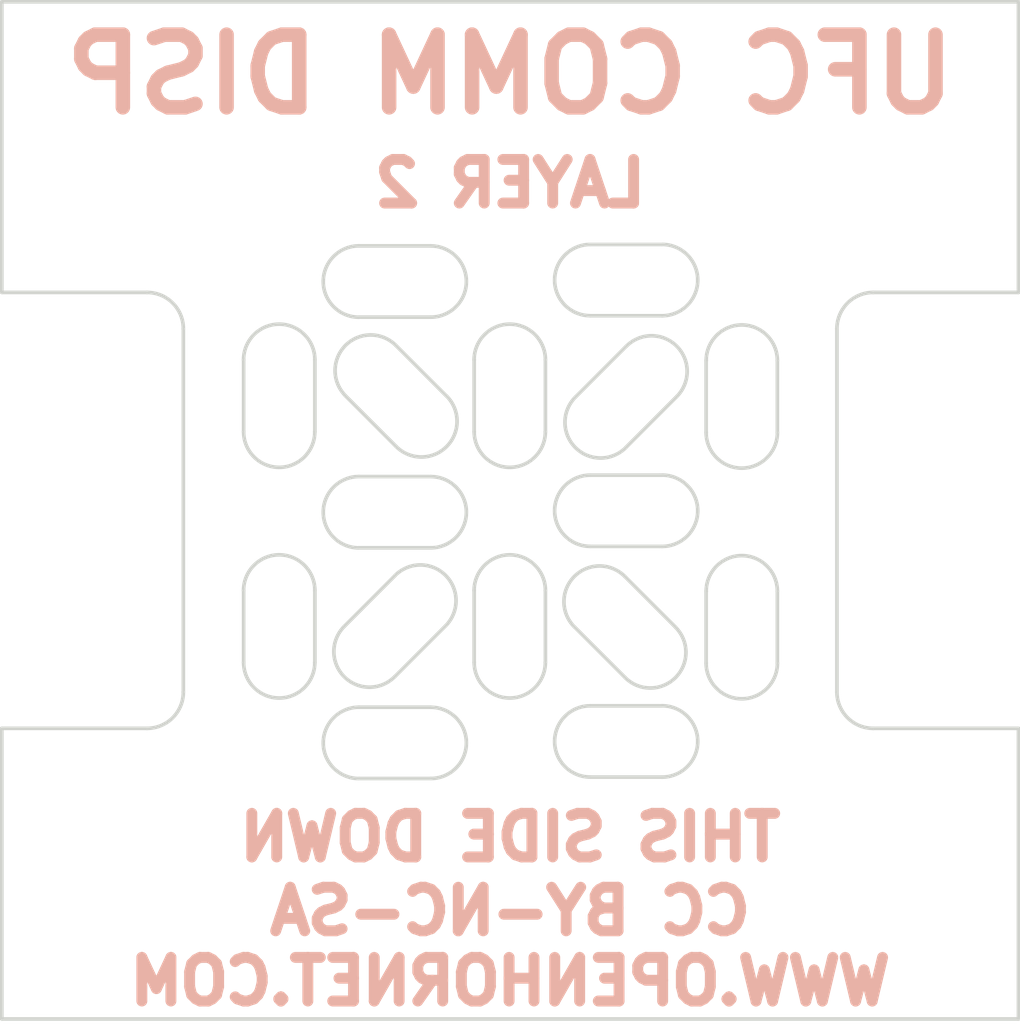
<source format=kicad_pcb>
(kicad_pcb (version 20171130) (host pcbnew "(5.1.4)-1")

  (general
    (thickness 1.6)
    (drawings 84)
    (tracks 0)
    (zones 0)
    (modules 0)
    (nets 1)
  )

  (page A4)
  (layers
    (0 F.Cu signal)
    (31 B.Cu signal)
    (32 B.Adhes user)
    (33 F.Adhes user)
    (34 B.Paste user)
    (35 F.Paste user)
    (36 B.SilkS user)
    (37 F.SilkS user)
    (38 B.Mask user)
    (39 F.Mask user)
    (40 Dwgs.User user)
    (41 Cmts.User user)
    (42 Eco1.User user)
    (43 Eco2.User user)
    (44 Edge.Cuts user)
    (45 Margin user)
    (46 B.CrtYd user)
    (47 F.CrtYd user)
    (48 B.Fab user)
    (49 F.Fab user)
  )

  (setup
    (last_trace_width 0.25)
    (user_trace_width 0.1524)
    (user_trace_width 0.2032)
    (user_trace_width 0.3048)
    (user_trace_width 0.4572)
    (user_trace_width 0.1524)
    (user_trace_width 0.2032)
    (user_trace_width 0.3048)
    (user_trace_width 0.4572)
    (trace_clearance 0.2)
    (zone_clearance 0.508)
    (zone_45_only no)
    (trace_min 0.127)
    (via_size 0.8)
    (via_drill 0.4)
    (via_min_size 0.45)
    (via_min_drill 0.2)
    (user_via 0.45 0.2)
    (user_via 0.45 0.2)
    (uvia_size 0.3)
    (uvia_drill 0.1)
    (uvias_allowed no)
    (uvia_min_size 0.2)
    (uvia_min_drill 0.1)
    (edge_width 0.05)
    (segment_width 0.2)
    (pcb_text_width 0.3)
    (pcb_text_size 1.5 1.5)
    (mod_edge_width 0.12)
    (mod_text_size 1 1)
    (mod_text_width 0.15)
    (pad_size 0.59 0.64)
    (pad_drill 0)
    (pad_to_mask_clearance 0.051)
    (solder_mask_min_width 0.25)
    (aux_axis_origin 199.945 52.19)
    (grid_origin 199.945 52.19)
    (visible_elements 7FFFFFDF)
    (pcbplotparams
      (layerselection 0x010fc_ffffffff)
      (usegerberextensions false)
      (usegerberattributes false)
      (usegerberadvancedattributes false)
      (creategerberjobfile false)
      (excludeedgelayer true)
      (linewidth 0.100000)
      (plotframeref false)
      (viasonmask false)
      (mode 1)
      (useauxorigin false)
      (hpglpennumber 1)
      (hpglpenspeed 20)
      (hpglpendiameter 15.000000)
      (psnegative false)
      (psa4output false)
      (plotreference true)
      (plotvalue true)
      (plotinvisibletext false)
      (padsonsilk false)
      (subtractmaskfromsilk false)
      (outputformat 1)
      (mirror false)
      (drillshape 0)
      (scaleselection 1)
      (outputdirectory "gerbers"))
  )

  (net 0 "")

  (net_class Default "This is the default net class."
    (clearance 0.2)
    (trace_width 0.25)
    (via_dia 0.8)
    (via_drill 0.4)
    (uvia_dia 0.3)
    (uvia_drill 0.1)
  )

  (gr_arc (start 203.765 57.1175) (end 204.255917 57.1175) (angle -180) (layer Edge.Cuts) (width 0.05) (tstamp 5FB865F4))
  (gr_arc (start 203.765 58.1075) (end 203.274898 58.1075) (angle -180) (layer Edge.Cuts) (width 0.05) (tstamp 5FB865F3))
  (gr_line (start 204.8625 59.705102) (end 205.8525 59.705102) (layer Edge.Cuts) (width 0.05) (tstamp 5FB865F2))
  (gr_line (start 203.274898 57.1175) (end 203.274898 58.1075) (layer Edge.Cuts) (width 0.05) (tstamp 5FB865F1))
  (gr_arc (start 210.135 57.1275) (end 210.625102 57.1275) (angle -180) (layer Edge.Cuts) (width 0.05) (tstamp 5FB865F0))
  (gr_line (start 208.0475 62.860917) (end 209.0375 62.860917) (layer Edge.Cuts) (width 0.05) (tstamp 5FB865EF))
  (gr_line (start 204.675958 57.611077) (end 205.375994 58.311113) (layer Edge.Cuts) (width 0.05) (tstamp 5FB865EE))
  (gr_arc (start 205.8525 59.215) (end 205.8525 59.705102) (angle -180) (layer Edge.Cuts) (width 0.05) (tstamp 5FB865ED))
  (gr_line (start 205.8525 61.899083) (end 204.8625 61.899083) (layer Edge.Cuts) (width 0.05) (tstamp 5FB865EC))
  (gr_arc (start 205.8525 56.04) (end 205.8525 56.530102) (angle -180) (layer Edge.Cuts) (width 0.05) (tstamp 5FB865EB))
  (gr_line (start 204.8625 62.880102) (end 205.8525 62.880102) (layer Edge.Cuts) (width 0.05) (tstamp 5FB865EA))
  (gr_line (start 209.224042 60.798923) (end 208.524006 60.098887) (layer Edge.Cuts) (width 0.05) (tstamp 5FB865E9))
  (gr_line (start 203.274898 60.2925) (end 203.274898 61.2825) (layer Edge.Cuts) (width 0.05) (tstamp 5FB865E8))
  (gr_line (start 208.0475 59.685917) (end 209.0375 59.685917) (layer Edge.Cuts) (width 0.05) (tstamp 5FB865E7))
  (gr_arc (start 205.723124 57.963982) (end 205.375994 58.311113) (angle -180) (layer Edge.Cuts) (width 0.05) (tstamp 5FB865E6))
  (gr_arc (start 208.0475 59.195) (end 208.0475 58.704898) (angle -180) (layer Edge.Cuts) (width 0.05) (tstamp 5FB865E5))
  (gr_arc (start 205.023089 57.263947) (end 205.369643 56.917392) (angle -180) (layer Edge.Cuts) (width 0.05) (tstamp 5FB865E4))
  (gr_line (start 209.0375 58.704898) (end 208.0475 58.704898) (layer Edge.Cuts) (width 0.05) (tstamp 5FB865E3))
  (gr_line (start 205.8525 55.549083) (end 204.8625 55.549083) (layer Edge.Cuts) (width 0.05) (tstamp 5FB865E2))
  (gr_line (start 205.356077 61.479042) (end 206.056113 60.779006) (layer Edge.Cuts) (width 0.05) (tstamp 5FB865E1))
  (gr_line (start 208.537572 58.324679) (end 209.237608 57.624643) (layer Edge.Cuts) (width 0.05) (tstamp 5FB865E0))
  (gr_line (start 208.0475 56.510917) (end 209.0375 56.510917) (layer Edge.Cuts) (width 0.05) (tstamp 5FB865DF))
  (gr_arc (start 208.176876 60.446018) (end 208.524006 60.098887) (angle -180) (layer Edge.Cuts) (width 0.05) (tstamp 5FB865DE))
  (gr_line (start 204.255917 61.2825) (end 204.255917 60.2925) (layer Edge.Cuts) (width 0.05) (tstamp 5FB865DD))
  (gr_line (start 205.8525 58.724083) (end 204.8625 58.724083) (layer Edge.Cuts) (width 0.05) (tstamp 5FB865DC))
  (gr_line (start 210.625102 58.1175) (end 210.625102 57.1275) (layer Edge.Cuts) (width 0.05) (tstamp 5FB865DB))
  (gr_arc (start 209.037499 56.02) (end 209.0375 56.510917) (angle -180) (layer Edge.Cuts) (width 0.05) (tstamp 5FB865DA))
  (gr_line (start 209.0375 55.529898) (end 208.0475 55.529898) (layer Edge.Cuts) (width 0.05) (tstamp 5FB865D9))
  (gr_arc (start 208.0475 56.02) (end 208.0475 55.529898) (angle -180) (layer Edge.Cuts) (width 0.05) (tstamp 5FB865D8))
  (gr_arc (start 210.135 60.3025) (end 210.625102 60.3025) (angle -180) (layer Edge.Cuts) (width 0.05) (tstamp 5FB865D7))
  (gr_line (start 207.830321 60.792572) (end 208.530357 61.492608) (layer Edge.Cuts) (width 0.05) (tstamp 5FB865D6))
  (gr_line (start 204.8625 56.530102) (end 205.8525 56.530102) (layer Edge.Cuts) (width 0.05) (tstamp 5FB865D5))
  (gr_line (start 206.069679 57.617428) (end 205.369643 56.917392) (layer Edge.Cuts) (width 0.05) (tstamp 5FB865D4))
  (gr_line (start 205.362428 60.085321) (end 204.662392 60.785357) (layer Edge.Cuts) (width 0.05) (tstamp 5FB865D3))
  (gr_arc (start 210.135 61.292499) (end 209.644083 61.2925) (angle -180) (layer Edge.Cuts) (width 0.05) (tstamp 5FB865D2))
  (gr_arc (start 209.037499 62.37) (end 209.0375 62.860917) (angle -180) (layer Edge.Cuts) (width 0.05) (tstamp 5FB865D1))
  (gr_arc (start 205.708982 60.431876) (end 206.056113 60.779006) (angle -180) (layer Edge.Cuts) (width 0.05) (tstamp 5FB865D0))
  (gr_arc (start 205.8525 62.39) (end 205.8525 62.880102) (angle -180) (layer Edge.Cuts) (width 0.05) (tstamp 5FB865CF))
  (gr_arc (start 208.0475 62.37) (end 208.0475 61.879898) (angle -180) (layer Edge.Cuts) (width 0.05) (tstamp 5FB865CE))
  (gr_line (start 204.255917 58.1075) (end 204.255917 57.1175) (layer Edge.Cuts) (width 0.05) (tstamp 5FB865CD))
  (gr_arc (start 204.8625 62.39) (end 204.8625 61.899083) (angle -180) (layer Edge.Cuts) (width 0.05) (tstamp 5FB865CC))
  (gr_arc (start 208.191018 57.978124) (end 207.843887 57.630994) (angle -180) (layer Edge.Cuts) (width 0.05) (tstamp 5FB865CB))
  (gr_arc (start 206.94 60.2925) (end 207.430917 60.2925) (angle -180) (layer Edge.Cuts) (width 0.05) (tstamp 5FB865CA))
  (gr_arc (start 203.765 61.2825) (end 203.274898 61.2825) (angle -180) (layer Edge.Cuts) (width 0.05) (tstamp 5FB865C9))
  (gr_line (start 210.625102 61.2925) (end 210.625102 60.3025) (layer Edge.Cuts) (width 0.05) (tstamp 5FB865C8))
  (gr_line (start 209.644083 57.1275) (end 209.644083 58.1175) (layer Edge.Cuts) (width 0.05) (tstamp 5FB865C7))
  (gr_arc (start 205.008947 61.131911) (end 204.662392 60.785357) (angle -180) (layer Edge.Cuts) (width 0.05) (tstamp 5FB865C6))
  (gr_arc (start 208.876911 61.146053) (end 208.530357 61.492608) (angle -180) (layer Edge.Cuts) (width 0.05) (tstamp 5FB865C5))
  (gr_arc (start 204.8625 56.04) (end 204.8625 55.549083) (angle -180) (layer Edge.Cuts) (width 0.05) (tstamp 5FB865C4))
  (gr_arc (start 208.891053 57.278089) (end 209.237608 57.624643) (angle -180) (layer Edge.Cuts) (width 0.05) (tstamp 5FB865C3))
  (gr_line (start 207.430917 58.1075) (end 207.430917 57.1175) (layer Edge.Cuts) (width 0.05) (tstamp 5FB865C2))
  (gr_arc (start 206.94 58.1075) (end 206.449898 58.1075) (angle -180) (layer Edge.Cuts) (width 0.05) (tstamp 5FB865C1))
  (gr_arc (start 204.8625 59.215) (end 204.8625 58.724083) (angle -180) (layer Edge.Cuts) (width 0.05) (tstamp 5FB865C0))
  (gr_arc (start 203.765 60.2925) (end 204.255917 60.2925) (angle -180) (layer Edge.Cuts) (width 0.05) (tstamp 5FB865BF))
  (gr_arc (start 210.135 58.117499) (end 209.644083 58.1175) (angle -180) (layer Edge.Cuts) (width 0.05) (tstamp 5FB865BE))
  (gr_line (start 206.449898 57.1175) (end 206.449898 58.1075) (layer Edge.Cuts) (width 0.05) (tstamp 5FB865BD))
  (gr_line (start 209.644083 60.3025) (end 209.644083 61.2925) (layer Edge.Cuts) (width 0.05) (tstamp 5FB865BC))
  (gr_line (start 206.449898 60.2925) (end 206.449898 61.2825) (layer Edge.Cuts) (width 0.05) (tstamp 5FB865BB))
  (gr_arc (start 206.94 61.2825) (end 206.449898 61.2825) (angle -180) (layer Edge.Cuts) (width 0.05) (tstamp 5FB865BA))
  (gr_arc (start 206.94 57.1175) (end 207.430917 57.1175) (angle -180) (layer Edge.Cuts) (width 0.05) (tstamp 5FB865B9))
  (gr_line (start 207.430917 61.2825) (end 207.430917 60.2925) (layer Edge.Cuts) (width 0.05) (tstamp 5FB865B8))
  (gr_arc (start 209.037499 59.195) (end 209.0375 59.685917) (angle -180) (layer Edge.Cuts) (width 0.05) (tstamp 5FB865B7))
  (gr_line (start 208.543923 56.930958) (end 207.843887 57.630994) (layer Edge.Cuts) (width 0.05) (tstamp 5FB865B6))
  (gr_line (start 209.0375 61.879898) (end 208.0475 61.879898) (layer Edge.Cuts) (width 0.05) (tstamp 5FB865B5))
  (gr_arc (start 211.945 61.69) (end 211.445 61.69) (angle -90) (layer Edge.Cuts) (width 0.05) (tstamp 5FB863E6))
  (gr_arc (start 201.945 61.69) (end 201.945 62.19) (angle -90) (layer Edge.Cuts) (width 0.05) (tstamp 5FB863E5))
  (gr_line (start 211.445 56.69) (end 211.445 61.69) (layer Edge.Cuts) (width 0.05) (tstamp 5FB863E4))
  (gr_line (start 201.945 56.19) (end 199.945 56.19) (layer Edge.Cuts) (width 0.05) (tstamp 5FB863E3))
  (gr_line (start 213.945 66.19) (end 199.945 66.19) (layer Edge.Cuts) (width 0.05) (tstamp 5FB863E2))
  (gr_line (start 199.945 62.19) (end 199.945 66.19) (layer Edge.Cuts) (width 0.05) (tstamp 5FB863E1))
  (gr_line (start 213.945 62.19) (end 213.945 66.19) (layer Edge.Cuts) (width 0.05) (tstamp 5FB863E0))
  (gr_arc (start 201.945 56.69) (end 202.445 56.69) (angle -90) (layer Edge.Cuts) (width 0.05) (tstamp 5FB863DF))
  (gr_line (start 201.945 62.19) (end 199.945 62.19) (layer Edge.Cuts) (width 0.05) (tstamp 5FB863DE))
  (gr_line (start 211.945 56.19) (end 213.945 56.19) (layer Edge.Cuts) (width 0.05) (tstamp 5FB863DD))
  (gr_line (start 211.945 62.19) (end 213.945 62.19) (layer Edge.Cuts) (width 0.05) (tstamp 5FB863DC))
  (gr_line (start 202.445 56.69) (end 202.445 61.69) (layer Edge.Cuts) (width 0.05) (tstamp 5FB863DB))
  (gr_arc (start 211.945 56.69) (end 211.945 56.19) (angle -90) (layer Edge.Cuts) (width 0.05) (tstamp 5FB863DA))
  (gr_text "THIS SIDE DOWN" (at 206.945 63.69) (layer B.SilkS) (tstamp 5FB86369)
    (effects (font (size 0.6 0.6) (thickness 0.15)) (justify mirror))
  )
  (gr_text "LAYER 2" (at 206.945 54.69) (layer B.SilkS) (tstamp 5FB86368)
    (effects (font (size 0.6 0.6) (thickness 0.15)) (justify mirror))
  )
  (gr_line (start 199.945 52.19) (end 213.945 52.19) (layer Edge.Cuts) (width 0.05) (tstamp 5FB86367))
  (gr_line (start 213.945 52.19) (end 213.945 56.19) (layer Edge.Cuts) (width 0.05) (tstamp 5FB86366))
  (gr_text "UFC COMM DISP\n" (at 206.945 53.19) (layer B.SilkS) (tstamp 5FB86365)
    (effects (font (size 1 1) (thickness 0.2)) (justify mirror))
  )
  (gr_text "CC BY-NC-SA\nWWW.OPENHORNET.COM" (at 206.945 65.19) (layer B.SilkS) (tstamp 5FB86364)
    (effects (font (size 0.6 0.6) (thickness 0.15)) (justify mirror))
  )
  (gr_line (start 199.945 56.19) (end 199.945 52.19) (layer Edge.Cuts) (width 0.05) (tstamp 5FB86363))

)

</source>
